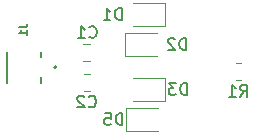
<source format=gbr>
%TF.GenerationSoftware,KiCad,Pcbnew,(5.1.10)-1*%
%TF.CreationDate,2021-11-30T19:58:40-05:00*%
%TF.ProjectId,Microwave_Circuit,4d696372-6f77-4617-9665-5f4369726375,rev?*%
%TF.SameCoordinates,Original*%
%TF.FileFunction,Legend,Bot*%
%TF.FilePolarity,Positive*%
%FSLAX46Y46*%
G04 Gerber Fmt 4.6, Leading zero omitted, Abs format (unit mm)*
G04 Created by KiCad (PCBNEW (5.1.10)-1) date 2021-11-30 19:58:40*
%MOMM*%
%LPD*%
G01*
G04 APERTURE LIST*
%ADD10C,0.120000*%
%ADD11C,0.200000*%
%ADD12C,0.150000*%
G04 APERTURE END LIST*
D10*
%TO.C,R1*%
X192582436Y-67972000D02*
X193036564Y-67972000D01*
X192582436Y-69442000D02*
X193036564Y-69442000D01*
D11*
%TO.C,J1*%
X176138500Y-69176000D02*
X176138500Y-69626000D01*
X176138500Y-67476000D02*
X176138500Y-67026000D01*
X173238500Y-69626000D02*
X173238500Y-67026000D01*
X177388500Y-68326000D02*
G75*
G03*
X177388500Y-68326000I-100000J0D01*
G01*
D10*
%TO.C,D5*%
X183290500Y-71811000D02*
X185975500Y-71811000D01*
X183290500Y-73731000D02*
X183290500Y-71811000D01*
X185975500Y-73731000D02*
X183290500Y-73731000D01*
%TO.C,D3*%
X183912000Y-69271000D02*
X186597000Y-69271000D01*
X186597000Y-69271000D02*
X186597000Y-71191000D01*
X186597000Y-71191000D02*
X183912000Y-71191000D01*
%TO.C,D2*%
X183227000Y-65461000D02*
X185912000Y-65461000D01*
X183227000Y-67381000D02*
X183227000Y-65461000D01*
X185912000Y-67381000D02*
X183227000Y-67381000D01*
%TO.C,D1*%
X183912000Y-62921000D02*
X186597000Y-62921000D01*
X186597000Y-62921000D02*
X186597000Y-64841000D01*
X186597000Y-64841000D02*
X183912000Y-64841000D01*
%TO.C,C2*%
X179700248Y-68861000D02*
X180222752Y-68861000D01*
X179700248Y-70331000D02*
X180222752Y-70331000D01*
%TO.C,C1*%
X180217752Y-67791000D02*
X179695248Y-67791000D01*
X180217752Y-66321000D02*
X179695248Y-66321000D01*
%TO.C,R1*%
D12*
X192976166Y-70809380D02*
X193309500Y-70333190D01*
X193547595Y-70809380D02*
X193547595Y-69809380D01*
X193166642Y-69809380D01*
X193071404Y-69857000D01*
X193023785Y-69904619D01*
X192976166Y-69999857D01*
X192976166Y-70142714D01*
X193023785Y-70237952D01*
X193071404Y-70285571D01*
X193166642Y-70333190D01*
X193547595Y-70333190D01*
X192023785Y-70809380D02*
X192595214Y-70809380D01*
X192309500Y-70809380D02*
X192309500Y-69809380D01*
X192404738Y-69952238D01*
X192499976Y-70047476D01*
X192595214Y-70095095D01*
%TO.C,J1*%
X174274523Y-64937666D02*
X174731666Y-64937666D01*
X174823095Y-64907190D01*
X174884047Y-64846238D01*
X174914523Y-64754809D01*
X174914523Y-64693857D01*
X174914523Y-65577666D02*
X174914523Y-65211952D01*
X174914523Y-65394809D02*
X174274523Y-65394809D01*
X174365952Y-65333857D01*
X174426904Y-65272904D01*
X174457380Y-65211952D01*
%TO.C,D5*%
X182983095Y-73223380D02*
X182983095Y-72223380D01*
X182745000Y-72223380D01*
X182602142Y-72271000D01*
X182506904Y-72366238D01*
X182459285Y-72461476D01*
X182411666Y-72651952D01*
X182411666Y-72794809D01*
X182459285Y-72985285D01*
X182506904Y-73080523D01*
X182602142Y-73175761D01*
X182745000Y-73223380D01*
X182983095Y-73223380D01*
X181506904Y-72223380D02*
X181983095Y-72223380D01*
X182030714Y-72699571D01*
X181983095Y-72651952D01*
X181887857Y-72604333D01*
X181649761Y-72604333D01*
X181554523Y-72651952D01*
X181506904Y-72699571D01*
X181459285Y-72794809D01*
X181459285Y-73032904D01*
X181506904Y-73128142D01*
X181554523Y-73175761D01*
X181649761Y-73223380D01*
X181887857Y-73223380D01*
X181983095Y-73175761D01*
X182030714Y-73128142D01*
%TO.C,D3*%
X188444095Y-70683380D02*
X188444095Y-69683380D01*
X188206000Y-69683380D01*
X188063142Y-69731000D01*
X187967904Y-69826238D01*
X187920285Y-69921476D01*
X187872666Y-70111952D01*
X187872666Y-70254809D01*
X187920285Y-70445285D01*
X187967904Y-70540523D01*
X188063142Y-70635761D01*
X188206000Y-70683380D01*
X188444095Y-70683380D01*
X187539333Y-69683380D02*
X186920285Y-69683380D01*
X187253619Y-70064333D01*
X187110761Y-70064333D01*
X187015523Y-70111952D01*
X186967904Y-70159571D01*
X186920285Y-70254809D01*
X186920285Y-70492904D01*
X186967904Y-70588142D01*
X187015523Y-70635761D01*
X187110761Y-70683380D01*
X187396476Y-70683380D01*
X187491714Y-70635761D01*
X187539333Y-70588142D01*
%TO.C,D2*%
X188380595Y-66873380D02*
X188380595Y-65873380D01*
X188142500Y-65873380D01*
X187999642Y-65921000D01*
X187904404Y-66016238D01*
X187856785Y-66111476D01*
X187809166Y-66301952D01*
X187809166Y-66444809D01*
X187856785Y-66635285D01*
X187904404Y-66730523D01*
X187999642Y-66825761D01*
X188142500Y-66873380D01*
X188380595Y-66873380D01*
X187428214Y-65968619D02*
X187380595Y-65921000D01*
X187285357Y-65873380D01*
X187047261Y-65873380D01*
X186952023Y-65921000D01*
X186904404Y-65968619D01*
X186856785Y-66063857D01*
X186856785Y-66159095D01*
X186904404Y-66301952D01*
X187475833Y-66873380D01*
X186856785Y-66873380D01*
%TO.C,D1*%
X182919595Y-64333380D02*
X182919595Y-63333380D01*
X182681500Y-63333380D01*
X182538642Y-63381000D01*
X182443404Y-63476238D01*
X182395785Y-63571476D01*
X182348166Y-63761952D01*
X182348166Y-63904809D01*
X182395785Y-64095285D01*
X182443404Y-64190523D01*
X182538642Y-64285761D01*
X182681500Y-64333380D01*
X182919595Y-64333380D01*
X181395785Y-64333380D02*
X181967214Y-64333380D01*
X181681500Y-64333380D02*
X181681500Y-63333380D01*
X181776738Y-63476238D01*
X181871976Y-63571476D01*
X181967214Y-63619095D01*
%TO.C,C2*%
X180128166Y-71633142D02*
X180175785Y-71680761D01*
X180318642Y-71728380D01*
X180413880Y-71728380D01*
X180556738Y-71680761D01*
X180651976Y-71585523D01*
X180699595Y-71490285D01*
X180747214Y-71299809D01*
X180747214Y-71156952D01*
X180699595Y-70966476D01*
X180651976Y-70871238D01*
X180556738Y-70776000D01*
X180413880Y-70728380D01*
X180318642Y-70728380D01*
X180175785Y-70776000D01*
X180128166Y-70823619D01*
X179747214Y-70823619D02*
X179699595Y-70776000D01*
X179604357Y-70728380D01*
X179366261Y-70728380D01*
X179271023Y-70776000D01*
X179223404Y-70823619D01*
X179175785Y-70918857D01*
X179175785Y-71014095D01*
X179223404Y-71156952D01*
X179794833Y-71728380D01*
X179175785Y-71728380D01*
%TO.C,C1*%
X180189166Y-65762142D02*
X180236785Y-65809761D01*
X180379642Y-65857380D01*
X180474880Y-65857380D01*
X180617738Y-65809761D01*
X180712976Y-65714523D01*
X180760595Y-65619285D01*
X180808214Y-65428809D01*
X180808214Y-65285952D01*
X180760595Y-65095476D01*
X180712976Y-65000238D01*
X180617738Y-64905000D01*
X180474880Y-64857380D01*
X180379642Y-64857380D01*
X180236785Y-64905000D01*
X180189166Y-64952619D01*
X179236785Y-65857380D02*
X179808214Y-65857380D01*
X179522500Y-65857380D02*
X179522500Y-64857380D01*
X179617738Y-65000238D01*
X179712976Y-65095476D01*
X179808214Y-65143095D01*
%TD*%
M02*

</source>
